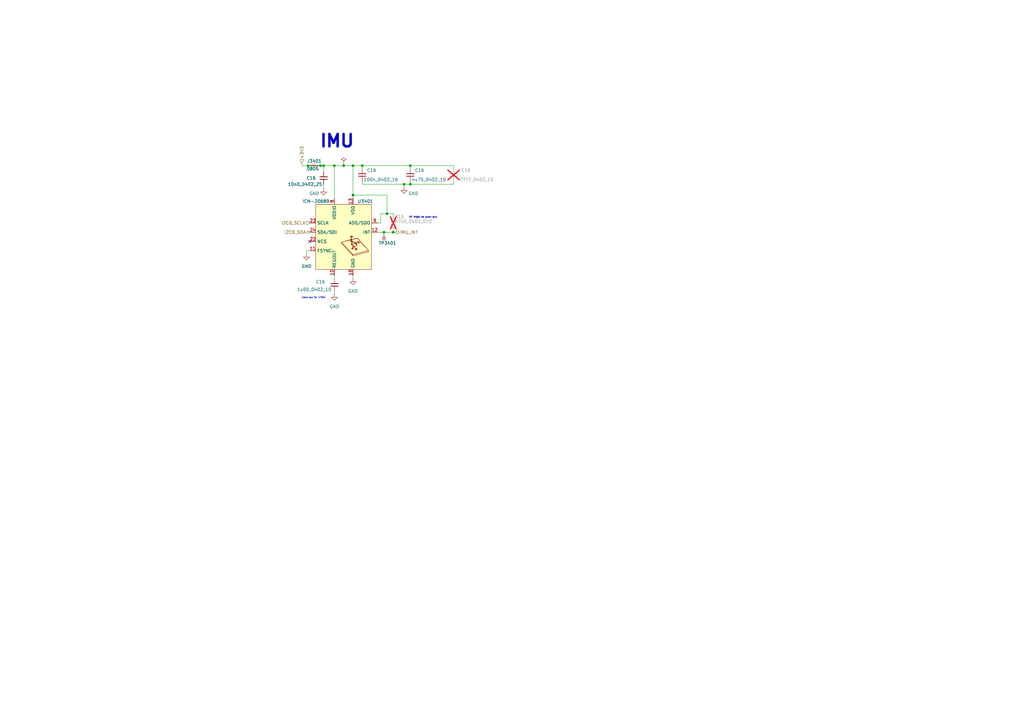
<source format=kicad_sch>
(kicad_sch (version 20230121) (generator eeschema)
  (paper "A3")
  (title_block (title "IMU") (date "2023-08-07") (rev "1") (company "Beep Boop"))
  (lib_symbols
    (symbol "Beacon_Library:CUT_N_JUMP" (pin_numbers hide) (in_bom no)
      (property "Reference" "J" (at 0 -0.254 0))
      (property "Value" "0402" (at 0 -3.81 0))
      (symbol "CUT_N_JUMP_1_1"
        (polyline (pts (xy -1.27 -2.54) (xy 1.27 -2.54)) (stroke (width 0.381)))
        (polyline (pts (xy 0.508 -1.905) (xy 0.381 -1.651) (xy 0.508 -1.905) (xy 0.254 -2.032)) (stroke (width 0.0762)))
        (arc (start 0.508 -1.905) (mid -0.5086 -1.8651) (end -1.27 -2.54) (stroke (width 0.0762)))
        (pin passive line (at -2.54 -2.54 0) (length 1.27) (name "~") (number "1"))
        (pin passive line (at 2.54 -2.54 180) (length 1.27) (name "~") (number "2"))
      )
    )
    (symbol "Beacon_Library:ICM-20689"
      (property "Reference" "U" (at -1.27 -1.27 0))
      (property "Value" "ICM-20689" (at 20.32 -1.27 0))
      (symbol "ICM-20689_0_1"
        (polyline (pts (xy 14.478 -16.383) (xy 8.001 -18.034)))
        (polyline (pts (xy 19.05 -21.463) (xy 12.7 -23.114)))
        (polyline (pts (xy 14.478 -16.383) (xy 19.05 -21.463) (xy 19.05 -21.463)))
        (polyline (pts (xy 19.05 -21.971) (xy 12.7 -23.622) (xy 8.001 -18.542)))
      )
      (symbol "ICM-20689_1_1"
        (rectangle (start -2.54 -2.54) (end 20.32 -29.21) (fill (type background)))
        (polyline (pts (xy 8.001 -18.542) (xy 8.001 -18.034)))
        (polyline (pts (xy 9.525 -17.653) (xy 14.478 -16.383)))
        (polyline (pts (xy 12.1142 -18.9431) (xy 12.1142 -18.6891)))
        (polyline (pts (xy 12.7 -23.622) (xy 12.7 -23.114)))
        (polyline (pts (xy 12.7 -23.114) (xy 8.001 -18.034)))
        (polyline (pts (xy 17.653 -19.939) (xy 14.478 -16.383)))
        (polyline (pts (xy 19.05 -21.971) (xy 19.05 -21.463)))
        (polyline (pts (xy 12.573 -20.828) (xy 12.827 -20.447) (xy 12.573 -20.828) (xy 12.065 -20.701)) (stroke (width 0.254)))
        (polyline (pts (xy 12.7 -17.78) (xy 12.446 -17.526) (xy 12.7 -17.78) (xy 12.573 -18.161)) (stroke (width 0.254)))
        (polyline (pts (xy 14.097 -19.304) (xy 14.478 -19.177) (xy 14.097 -19.304) (xy 13.843 -18.923)) (stroke (width 0.254)))
        (polyline (pts (xy 12.1142 -18.9431) (xy 12.065 -15.494) (xy 12.7 -15.875) (xy 12.065 -15.494) (xy 11.557 -16.002)) (stroke (width 0.254)))
        (polyline (pts (xy 12.1142 -18.9431) (xy 14.224 -21.209) (xy 14.224 -20.447) (xy 14.224 -21.209) (xy 13.462 -21.082)) (stroke (width 0.254)))
        (polyline (pts (xy 12.1142 -18.9431) (xy 15.24 -18.034) (xy 14.478 -17.78) (xy 15.24 -18.034) (xy 15.24 -18.542)) (stroke (width 0.254)))
        (arc (start 11.7904 -16.8218) (mid 11.8959 -17.6263) (end 12.6794 -17.8378) (stroke (width 0.254)))
        (arc (start 13.716 -19.812) (mid 12.7913 -19.8731) (end 12.4967 -20.7517) (stroke (width 0.254)))
        (arc (start 14.0988 -19.0932) (mid 13.9247 -18.2671) (end 13.0828 -18.2042) (stroke (width 0.254)))
        (pin no_connect line (at 21.59 -29.21 180) (length 1.27) hide (name "~") (number "1"))
        (pin passive line (at 5.08 -31.75 90) (length 2.54) (name "REGOUT") (number "10"))
        (pin input line (at -5.08 -21.59 0) (length 2.54) (name "FSYNC") (number "11"))
        (pin output line (at 22.86 -13.97 180) (length 2.54) (name "INT") (number "12"))
        (pin power_in line (at 12.7 0 270) (length 2.54) (name "VDD") (number "13"))
        (pin no_connect line (at 21.59 -38.1 180) (length 1.27) hide (name "~") (number "14"))
        (pin no_connect line (at 21.59 -39.37 180) (length 1.27) hide (name "~") (number "15"))
        (pin no_connect line (at 21.59 -40.64 180) (length 1.27) hide (name "~") (number "16"))
        (pin no_connect line (at 21.59 -41.91 180) (length 1.27) hide (name "~") (number "17"))
        (pin passive line (at 12.7 -31.75 90) (length 2.54) (name "GND") (number "18"))
        (pin no_connect line (at 21.59 -43.18 180) (length 1.27) hide (name "~") (number "19"))
        (pin no_connect line (at 21.59 -30.48 180) (length 1.27) hide (name "~") (number "2"))
        (pin no_connect line (at 21.59 -44.45 180) (length 1.27) hide (name "~") (number "20"))
        (pin no_connect line (at 21.59 -45.72 180) (length 1.27) hide (name "~") (number "21"))
        (pin input line (at -5.08 -17.78 0) (length 2.54) (name "NCS") (number "22"))
        (pin input line (at -5.08 -10.16 0) (length 2.54) (name "SCLK") (number "23"))
        (pin bidirectional line (at -5.08 -13.97 0) (length 2.54) (name "SDA/SDI") (number "24"))
        (pin no_connect line (at 21.59 -31.75 180) (length 1.27) hide (name "~") (number "3"))
        (pin no_connect line (at 21.59 -33.02 180) (length 1.27) hide (name "~") (number "4"))
        (pin no_connect line (at 21.59 -34.29 180) (length 1.27) hide (name "~") (number "5"))
        (pin no_connect line (at 21.59 -35.56 180) (length 1.27) hide (name "~") (number "6"))
        (pin no_connect line (at 21.59 -36.83 180) (length 1.27) hide (name "~") (number "7"))
        (pin power_in line (at 5.08 0 270) (length 2.54) (name "VDDIO") (number "8"))
        (pin unspecified line (at 22.86 -10.16 180) (length 2.54) (name "AD0/SDO") (number "9"))
        (pin no_connect line (at 21.59 -27.94 180) (length 1.27) hide (name "~") (number "EP"))
      )
    )
    (symbol "Beacon_Library:TESTPOINT" (pin_numbers hide) (in_bom no)
      (property "Reference" "TP" (at 0 0 0))
      (symbol "TESTPOINT_1_1"
        (circle (center 0 -1.905) (radius 0.635))
        (polyline (pts (xy -0.508 -2.286) (xy 0.508 -1.524)) (stroke (width 0.0254)))
        (polyline (pts (xy -0.508 -1.524) (xy 0.508 -2.286)) (stroke (width 0.0254)))
        (pin passive line (at 0 -3.175 90) (length 0.635) (name "~") (number "1"))
      )
    )
    (symbol "Device:C_Small" (pin_numbers hide) (pin_names (offset 0.254) hide)
      (property "Reference" "C" (at 0.254 1.778 0))
      (property "Value" "C_Small" (at 0.254 -2.032 0))
      (symbol "C_Small_0_1"
        (polyline (pts (xy -1.524 -0.508) (xy 1.524 -0.508)) (stroke (width 0.3302)))
        (polyline (pts (xy -1.524 0.508) (xy 1.524 0.508)) (stroke (width 0.3048)))
      )
      (symbol "C_Small_1_1"
        (pin passive line (at 0 2.54 270) (length 2.032) (name "~") (number "1"))
        (pin passive line (at 0 -2.54 90) (length 2.032) (name "~") (number "2"))
      )
    )
    (symbol "Device:R_Small" (pin_numbers hide) (pin_names (offset 0.254) hide)
      (property "Reference" "R" (at 0.762 0.508 0))
      (property "Value" "R_Small" (at 0.762 -1.016 0))
      (symbol "R_Small_0_1"
        (rectangle (start -0.762 1.778) (end 0.762 -1.778) (stroke (width 0.2032)))
      )
      (symbol "R_Small_1_1"
        (pin passive line (at 0 2.54 270) (length 0.762) (name "~") (number "1"))
        (pin passive line (at 0 -2.54 90) (length 0.762) (name "~") (number "2"))
      )
    )
    (symbol "power:GND" (power) (pin_names (offset 0))
      (property "Value" "GND" (at 0 -3.81 0))
      (symbol "GND_0_1"
        (polyline (pts (xy 0 0) (xy 0 -1.27) (xy 1.27 -1.27) (xy 0 -2.54) (xy -1.27 -1.27) (xy 0 -1.27)))
      )
      (symbol "GND_1_1"
        (pin power_in line (at 0 0 270) (length 0) hide (name "GND") (number "1"))
      )
    )
    (symbol "power:PWR_FLAG" (power) (pin_numbers hide) (pin_names (offset 0) hide)
      (property "Value" "PWR_FLAG" (at 0 3.81 0))
      (symbol "PWR_FLAG_0_0"
        (pin power_out line (at 0 0 90) (length 0) (name "pwr") (number "1"))
      )
      (symbol "PWR_FLAG_0_1"
        (polyline (pts (xy 0 0) (xy 0 1.27) (xy -1.016 1.905) (xy 0 2.54) (xy 1.016 1.905) (xy 0 1.27)))
      )
    )
  )
  (junction (at 126.365 67.945))
  (junction (at 168.275 75.565))
  (junction (at 131.445 67.945))
  (junction (at 158.75 87.63))
  (junction (at 144.78 67.945))
  (junction (at 140.97 67.945))
  (junction (at 148.59 67.945))
  (junction (at 137.16 67.945))
  (junction (at 168.275 67.945))
  (junction (at 161.29 95.25))
  (junction (at 132.715 67.945))
  (junction (at 144.78 80.01))
  (junction (at 165.735 75.565))
  (junction (at 157.48 95.25))
  (no_connect (at 127 99.06))
  (wire (pts (xy 137.16 114.3) (xy 137.16 113.03)))
  (wire (pts (xy 137.16 120.65) (xy 137.16 119.38)))
  (wire (pts (xy 148.59 75.565) (xy 148.59 74.295)))
  (wire (pts (xy 125.73 104.14) (xy 125.73 102.87)))
  (wire (pts (xy 123.825 67.945) (xy 126.365 67.945)))
  (wire (pts (xy 144.78 67.945) (xy 148.59 67.945)))
  (wire (pts (xy 154.94 95.25) (xy 157.48 95.25)))
  (wire (pts (xy 168.275 67.945) (xy 186.055 67.945)))
  (wire (pts (xy 158.75 80.01) (xy 158.75 87.63)))
  (wire (pts (xy 186.055 75.565) (xy 168.275 75.565)))
  (wire (pts (xy 137.16 67.945) (xy 140.97 67.945)))
  (wire (pts (xy 161.29 87.63) (xy 161.29 88.9)))
  (wire (pts (xy 144.78 67.945) (xy 144.78 80.01)))
  (wire (pts (xy 168.275 74.295) (xy 168.275 75.565)))
  (wire (pts (xy 148.59 67.945) (xy 148.59 69.215)))
  (wire (pts (xy 186.055 74.295) (xy 186.055 75.565)))
  (wire (pts (xy 144.78 80.01) (xy 158.75 80.01)))
  (wire (pts (xy 140.97 67.945) (xy 144.78 67.945)))
  (wire (pts (xy 158.75 87.63) (xy 161.29 87.63)))
  (wire (pts (xy 156.21 87.63) (xy 158.75 87.63)))
  (wire (pts (xy 126.365 67.945) (xy 131.445 67.945)))
  (wire (pts (xy 156.21 91.44) (xy 156.21 87.63)))
  (wire (pts (xy 132.715 67.945) (xy 137.16 67.945)))
  (wire (pts (xy 144.78 80.01) (xy 144.78 81.28)))
  (wire (pts (xy 156.21 91.44) (xy 154.94 91.44)))
  (wire (pts (xy 148.59 75.565) (xy 165.735 75.565)))
  (wire (pts (xy 168.275 67.945) (xy 168.275 69.215)))
  (wire (pts (xy 157.48 95.25) (xy 157.48 96.52)))
  (wire (pts (xy 157.48 95.25) (xy 161.29 95.25)))
  (wire (pts (xy 161.29 95.25) (xy 162.56 95.25)))
  (wire (pts (xy 132.715 75.565) (xy 132.715 77.47)))
  (wire (pts (xy 186.055 69.215) (xy 186.055 67.945)))
  (wire (pts (xy 161.29 93.98) (xy 161.29 95.25)))
  (wire (pts (xy 148.59 67.945) (xy 168.275 67.945)))
  (wire (pts (xy 165.735 75.565) (xy 165.735 76.835)))
  (wire (pts (xy 132.715 67.945) (xy 132.715 70.485)))
  (wire (pts (xy 137.16 67.945) (xy 137.16 81.28)))
  (wire (pts (xy 144.78 114.3) (xy 144.78 113.03)))
  (wire (pts (xy 123.825 66.675) (xy 123.825 67.945)))
  (wire (pts (xy 131.445 67.945) (xy 132.715 67.945)))
  (wire (pts (xy 125.73 102.87) (xy 127 102.87)))
  (wire (pts (xy 140.97 67.31) (xy 140.97 67.945)))
  (wire (pts (xy 165.735 75.565) (xy 168.275 75.565)))
  (text "Calls out for 470nF" (at 123.825 122.555 0) (effects (font (size 0.635 0.635) (thickness 0.127) bold) (justify left bottom)))
  (text "IMU" (at 130.81 60.96 0) (effects (font (size 5.08 5.08) (thickness 1.016) bold) (justify left bottom)))
  (text "INT might be push-pull" (at 167.64 89.535 0) (effects (font (size 0.635 0.635)) (justify left bottom)))
  (hierarchical_label "I2C0_SCLK" (shape input) (at 127 91.44 180) (property "Intersheetrefs" "${INTERSHEET_REFS}" (effects hide)))
  (hierarchical_label "+3V3" (shape input) (at 123.825 66.675 90))
  (hierarchical_label "I2C0_SDA" (shape bidirectional) (at 127 95.25 180) (property "Intersheetrefs" "${INTERSHEET_REFS}" (effects hide)))
  (hierarchical_label "IMU_INT" (shape output) (at 162.56 95.25 0) (property "Intersheetrefs" "${INTERSHEET_REFS}" (effects hide)))
  (symbol (lib_id "Beacon_Library:CUT_N_JUMP") (at 128.905 65.405 0) (unit 1) (in_bom no)
    (property "Reference" "J3401" (at 128.905 66.04 0))
    (property "Value" "0805" (at 128.27 69.215 0))
    (property "Footprint" "Footprint_Library:0805_CUT-N-JUMP" (effects hide))
    (instances (project "Beacon" (path "" (reference "J3401") (unit 1))) (project "Beacon_Multiboard" (path "" (reference "J1001") (unit 1))))
  )
  (symbol (lib_id "Beacon_Library:TESTPOINT") (at 157.48 99.695 180) (unit 1) (in_bom no)
    (property "Reference" "TP3401" (at 162.56 99.695 0) (effects (justify left)))
    (property "Value" "IMU_INT" (effects hide))
    (property "Footprint" "Footprint_Library:Testpoint_Pad_D1.0mm" (effects hide))
    (instances (project "Beacon" (path "" (reference "TP3401") (unit 1))) (project "Beacon_Multiboard" (path "" (reference "TP1001") (unit 1))))
  )
  (symbol (lib_id "power:GND") (at 125.73 104.14 0) (unit 1)
    (property "Reference" "#PWR03404" (effects hide))
    (property "Value" "GND" (at 125.73 109.22 0))
    (instances (project "Beacon" (path "" (reference "#PWR03404") (unit 1))) (project "Beacon_Multiboard" (path "" (reference "#PWR01003") (unit 1))))
  )
  (symbol (lib_id "Beacon_Library:ICM-20689") (at 132.08 81.28 0) (unit 1)
    (property "Reference" "U3401" (at 149.86 82.55 0))
    (property "Value" "ICM-20689" (at 129.54 82.55 0))
    (property "Footprint" "Footprint_Library:QFN50P400X400X95-25N-D" (effects hide))
    (property "Datasheet" "https://www.mouser.com/ProductDetail/TDK-InvenSense/ICM-20689?qs=u4fy%2FsgLU9NcfLrncAE%252BeQ%3D%3D" (effects hide))
    (instances (project "Beacon" (path "" (reference "U3401") (unit 1))) (project "Beacon_Multiboard" (path "" (reference "U1001") (unit 1))))
  )
  (symbol (lib_id "power:GND") (at 144.78 114.3 0) (unit 1)
    (property "Reference" "#PWR03405" (effects hide))
    (property "Value" "GND" (at 144.78 119.38 0))
    (instances (project "Beacon" (path "" (reference "#PWR03405") (unit 1))) (project "Beacon_Multiboard" (path "" (reference "#PWR01004") (unit 1))))
  )
  (symbol (lib_id "power:PWR_FLAG") (at 140.97 67.31 0) (unit 1)
    (property "Reference" "#FLG01001" (effects hide))
    (property "Value" "PWR_FLAG" (effects hide))
  )
  (symbol (lib_id "Device:C_Small") (at 137.16 116.84 180) (unit 1)
    (property "Reference" "C16" (at 131.445 115.57 0))
    (property "Value" "1u00_0402_10" (at 128.905 118.745 0))
    (property "Footprint" "Footprint_Library:0402_1005Metric_Handsolder" (effects hide))
    (instances (project "Beacon" (path "" (reference "C16") (unit 1)) (path "" (reference "C26") (unit 1)) (path "" (reference "C3404") (unit 1))) (project "Beacon_Multiboard" (path "" (reference "C1004") (unit 1))))
  )
  (symbol (lib_id "Device:C_Small") (at 186.055 71.755 180) (unit 1) (dnp yes)
    (property "Reference" "C16" (at 191.135 69.85 0))
    (property "Value" "????_0402_10" (at 195.58 73.66 0))
    (property "Footprint" "Footprint_Library:0402_1005Metric_Handsolder" (effects hide))
    (instances (project "Beacon" (path "" (reference "C16") (unit 1)) (path "" (reference "C26") (unit 1)) (path "" (reference "C3403") (unit 1))) (project "Beacon_Multiboard" (path "" (reference "C1005") (unit 1))))
  )
  (symbol (lib_id "Device:C_Small") (at 168.275 71.755 180) (unit 1)
    (property "Reference" "C16" (at 172.085 69.85 0))
    (property "Value" "4u70_0402_10" (at 175.895 73.66 0))
    (property "Footprint" "Footprint_Library:0402_1005Metric_Handsolder" (effects hide))
    (instances (project "Beacon" (path "" (reference "C16") (unit 1)) (path "" (reference "C26") (unit 1)) (path "" (reference "C3403") (unit 1))) (project "Beacon_Multiboard" (path "" (reference "C1002") (unit 1))))
  )
  (symbol (lib_id "Device:C_Small") (at 132.715 73.025 180) (unit 1)
    (property "Reference" "C16" (at 127.635 73.025 0))
    (property "Value" "10n0_0402_25" (at 125.095 75.565 0))
    (property "Footprint" "Footprint_Library:0402_1005Metric_Handsolder" (effects hide))
    (instances (project "Beacon" (path "" (reference "C16") (unit 1)) (path "" (reference "C26") (unit 1)) (path "" (reference "C3401") (unit 1))) (project "Beacon_Multiboard" (path "" (reference "C1003") (unit 1))))
  )
  (symbol (lib_id "Device:C_Small") (at 148.59 71.755 180) (unit 1)
    (property "Reference" "C16" (at 152.4 69.85 0))
    (property "Value" "100n_0402_16" (at 156.21 73.66 0))
    (property "Footprint" "Footprint_Library:0402_1005Metric_Handsolder" (effects hide))
    (instances (project "Beacon" (path "" (reference "C16") (unit 1)) (path "" (reference "C26") (unit 1)) (path "" (reference "C3402") (unit 1))) (project "Beacon_Multiboard" (path "" (reference "C1001") (unit 1))))
  )
  (symbol (lib_id "power:GND") (at 165.735 76.835 0) (unit 1)
    (property "Reference" "#PWR03403" (effects hide))
    (property "Value" "GND" (at 169.545 79.375 0))
    (instances (project "Beacon" (path "" (reference "#PWR03403") (unit 1))) (project "Beacon_Multiboard" (path "" (reference "#PWR01001") (unit 1))))
  )
  (symbol (lib_id "power:GND") (at 132.715 77.47 0) (unit 1)
    (property "Reference" "#PWR03402" (effects hide))
    (property "Value" "GND" (at 128.905 79.375 0))
    (instances (project "Beacon" (path "" (reference "#PWR03402") (unit 1))) (project "Beacon_Multiboard" (path "" (reference "#PWR01002") (unit 1))))
  )
  (symbol (lib_id "Device:R_Small") (at 161.29 91.44 0) (unit 1) (dnp yes)
    (property "Reference" "R15" (at 163.83 88.9 0))
    (property "Value" "47k0_0402_010" (at 169.545 90.805 0))
    (property "Footprint" "Footprint_Library:0402_1005Metric_Handsolder" (effects hide))
    (instances (project "Beacon" (path "" (reference "R15") (unit 1)) (path "" (reference "R1") (unit 1)) (path "" (reference "R2") (unit 1)) (path "" (reference "R3401") (unit 1))) (project "Beacon_Multiboard" (path "" (reference "R1001") (unit 1))))
  )
  (symbol (lib_id "power:GND") (at 137.16 120.65 0) (unit 1)
    (property "Reference" "#PWR03406" (effects hide))
    (property "Value" "GND" (at 137.16 125.73 0))
    (instances (project "Beacon" (path "" (reference "#PWR03406") (unit 1))) (project "Beacon_Multiboard" (path "" (reference "#PWR01005") (unit 1))))
  )
)
</source>
